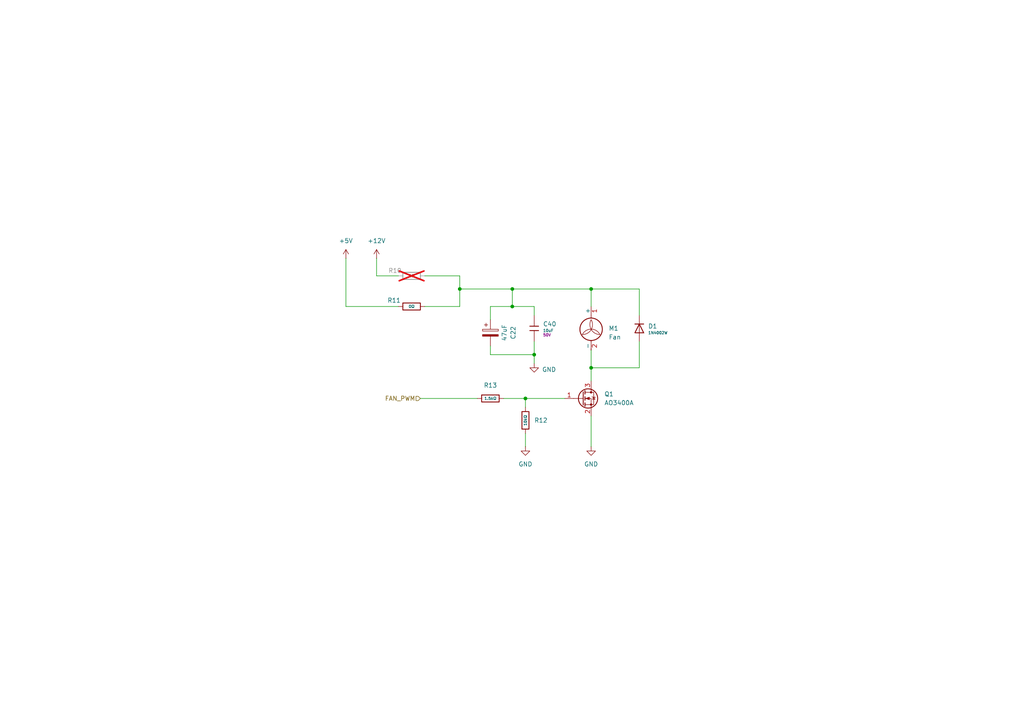
<source format=kicad_sch>
(kicad_sch (version 20231120) (generator "eeschema") (generator_version "8.0")
  (paper "A4")
  (title_block (date "2025-02-10") (rev "A") (company "ModuCard System"))
  (lib_symbols
    (symbol "Device:C_Polarized" (pin_numbers hide) (pin_names (offset 0.254))
      (property "Reference" "C" (at 0.635 2.54 0))
      (property "Value" "C_Polarized" (at 0.635 -2.54 0))
      (symbol "C_Polarized_0_1"
        (rectangle (start -2.286 0.508) (end 2.286 1.016))
        (polyline (pts (xy -1.778 2.286) (xy -0.762 2.286)))
        (polyline (pts (xy -1.27 2.794) (xy -1.27 1.778)))
        (rectangle (start 2.286 -0.508) (end -2.286 -1.016) (fill (type outline)))
      )
      (symbol "C_Polarized_1_1"
        (pin passive line (at 0 3.81 270) (length 2.794) (name "~") (number "1"))
        (pin passive line (at 0 -3.81 90) (length 2.794) (name "~") (number "2"))
      )
    )
    (symbol "Motor:Fan" (pin_names (offset 0))
      (property "Reference" "M" (at 2.54 5.08 0))
      (property "Value" "Fan" (at 2.54 -2.54 0))
      (symbol "Fan_0_1"
        (arc (start -2.54 -0.508) (mid 0.0028 0.9121) (end 0 3.81))
        (polyline (pts (xy 0 -5.08) (xy 0 -4.572)))
        (polyline (pts (xy 0 -2.2352) (xy 0 -2.6416)))
        (polyline (pts (xy 0 4.2672) (xy 0 4.6228)))
        (polyline (pts (xy 0 4.572) (xy 0 5.08)))
        (circle (center 0 1.016) (radius 3.2512) (stroke (width 0.254)))
        (arc (start 0 3.81) (mid 0.053 0.921) (end 2.54 -0.508))
        (arc (start 2.54 -0.508) (mid 0 1.0618) (end -2.54 -0.508))
      )
      (symbol "Fan_1_1"
        (pin passive line (at 0 7.62 270) (length 2.54) (name "+") (number "1"))
        (pin passive line (at 0 -5.08 90) (length 2.54) (name "-") (number "2"))
      )
    )
    (symbol "PCM_JLCPCB-Capacitors:1206,10uF" (pin_numbers hide) (pin_names (offset 0))
      (property "Reference" "C" (at 2.032 1.668 0))
      (property "Value" "10uF" (at 2.032 -0.3782 0))
      (property "Voltage Rated" "50V" (at 2.032 -2.0462 0))
      (symbol "1206,10uF_0_1"
        (polyline (pts (xy -1.27 -0.635) (xy 1.27 -0.635)) (stroke (width 0.254)))
        (polyline (pts (xy -1.27 0.635) (xy 1.27 0.635)) (stroke (width 0.254)))
      )
      (symbol "1206,10uF_1_1"
        (pin passive line (at 0 3.81 270) (length 3.175) (name "~") (number "1"))
        (pin passive line (at 0 -3.81 90) (length 3.175) (name "~") (number "2"))
      )
    )
    (symbol "PCM_JLCPCB-Diodes:General,1N4002W" (pin_numbers hide) (pin_names (offset 0))
      (property "Reference" "D" (at 2.032 0.834 0))
      (property "Value" "1N4002W" (at 2.032 -1.2122 0))
      (symbol "General,1N4002W_0_1"
        (polyline (pts (xy -1.27 -1.27) (xy 1.27 -1.27)) (stroke (width 0.254)))
        (polyline (pts (xy -1.27 1.27) (xy 0 -1.27) (xy 1.27 1.27) (xy -1.27 1.27)) (stroke (width 0.254)))
      )
      (symbol "General,1N4002W_1_1"
        (pin passive line (at 0 -3.81 90) (length 3.81) (name "~") (number "1"))
        (pin passive line (at 0 3.81 270) (length 3.81) (name "~") (number "2"))
      )
    )
    (symbol "PCM_JLCPCB-Resistors:0402,0Ω" (pin_numbers hide) (pin_names (offset 0))
      (property "Reference" "R" (at 1.778 0 0))
      (property "Value" "0Ω" (at 0 0 90))
      (symbol "0402,0Ω_0_1"
        (rectangle (start -1.016 2.54) (end 1.016 -2.54) (stroke (width 0.254)))
      )
      (symbol "0402,0Ω_1_1"
        (pin passive line (at 0 3.81 270) (length 1.27) (name "~") (number "1"))
        (pin passive line (at 0 -3.81 90) (length 1.27) (name "~") (number "2"))
      )
    )
    (symbol "PCM_JLCPCB-Resistors:0402,1.5kΩ" (pin_numbers hide) (pin_names (offset 0))
      (property "Reference" "R" (at 1.778 0 0))
      (property "Value" "1.5kΩ" (at 0 0 90))
      (symbol "0402,1.5kΩ_0_1"
        (rectangle (start -1.016 2.54) (end 1.016 -2.54) (stroke (width 0.254)))
      )
      (symbol "0402,1.5kΩ_1_1"
        (pin passive line (at 0 3.81 270) (length 1.27) (name "~") (number "1"))
        (pin passive line (at 0 -3.81 90) (length 1.27) (name "~") (number "2"))
      )
    )
    (symbol "PCM_JLCPCB-Resistors:0402,10kΩ" (pin_numbers hide) (pin_names (offset 0))
      (property "Reference" "R" (at 1.778 0 0))
      (property "Value" "10kΩ" (at 0 0 90))
      (symbol "0402,10kΩ_0_1"
        (rectangle (start -1.016 2.54) (end 1.016 -2.54) (stroke (width 0.254)))
      )
      (symbol "0402,10kΩ_1_1"
        (pin passive line (at 0 3.81 270) (length 1.27) (name "~") (number "1"))
        (pin passive line (at 0 -3.81 90) (length 1.27) (name "~") (number "2"))
      )
    )
    (symbol "Transistor_FET:AO3400A" (pin_names hide)
      (property "Reference" "Q" (at 5.08 1.905 0))
      (property "Value" "AO3400A" (at 5.08 0 0))
      (symbol "AO3400A_0_1"
        (polyline (pts (xy 0.254 0) (xy -2.54 0)))
        (polyline (pts (xy 0.254 1.905) (xy 0.254 -1.905)) (stroke (width 0.254)))
        (polyline (pts (xy 0.762 -1.27) (xy 0.762 -2.286)) (stroke (width 0.254)))
        (polyline (pts (xy 0.762 0.508) (xy 0.762 -0.508)) (stroke (width 0.254)))
        (polyline (pts (xy 0.762 2.286) (xy 0.762 1.27)) (stroke (width 0.254)))
        (polyline (pts (xy 2.54 2.54) (xy 2.54 1.778)))
        (polyline (pts (xy 2.54 -2.54) (xy 2.54 0) (xy 0.762 0)))
        (polyline (pts (xy 0.762 -1.778) (xy 3.302 -1.778) (xy 3.302 1.778) (xy 0.762 1.778)))
        (polyline (pts (xy 1.016 0) (xy 2.032 0.381) (xy 2.032 -0.381) (xy 1.016 0)) (fill (type outline)))
        (polyline (pts (xy 2.794 0.508) (xy 2.921 0.381) (xy 3.683 0.381) (xy 3.81 0.254)))
        (polyline (pts (xy 3.302 0.381) (xy 2.921 -0.254) (xy 3.683 -0.254) (xy 3.302 0.381)))
        (circle (center 1.651 0) (radius 2.794) (stroke (width 0.254)))
        (circle (center 2.54 -1.778) (radius 0.254) (fill (type outline)))
        (circle (center 2.54 1.778) (radius 0.254) (fill (type outline)))
      )
      (symbol "AO3400A_1_1"
        (pin input line (at -5.08 0 0) (length 2.54) (name "G") (number "1"))
        (pin passive line (at 2.54 -5.08 90) (length 2.54) (name "S") (number "2"))
        (pin passive line (at 2.54 5.08 270) (length 2.54) (name "D") (number "3"))
      )
    )
    (symbol "power:+12V" (power) (pin_numbers hide) (pin_names (offset 0) hide)
      (property "Value" "+12V" (at 0 3.556 0))
      (symbol "+12V_0_1"
        (polyline (pts (xy -0.762 1.27) (xy 0 2.54)))
        (polyline (pts (xy 0 0) (xy 0 2.54)))
        (polyline (pts (xy 0 2.54) (xy 0.762 1.27)))
      )
      (symbol "+12V_1_1"
        (pin power_in line (at 0 0 90) (length 0) (name "~") (number "1"))
      )
    )
    (symbol "power:+5V" (power) (pin_numbers hide) (pin_names (offset 0) hide)
      (property "Value" "+5V" (at 0 3.556 0))
      (symbol "+5V_0_1"
        (polyline (pts (xy -0.762 1.27) (xy 0 2.54)))
        (polyline (pts (xy 0 0) (xy 0 2.54)))
        (polyline (pts (xy 0 2.54) (xy 0.762 1.27)))
      )
      (symbol "+5V_1_1"
        (pin power_in line (at 0 0 90) (length 0) (name "~") (number "1"))
      )
    )
    (symbol "power:GND" (power) (pin_numbers hide) (pin_names (offset 0) hide)
      (property "Value" "GND" (at 0 -3.81 0))
      (symbol "GND_0_1"
        (polyline (pts (xy 0 0) (xy 0 -1.27) (xy 1.27 -1.27) (xy 0 -2.54) (xy -1.27 -1.27) (xy 0 -1.27)))
      )
      (symbol "GND_1_1"
        (pin power_in line (at 0 0 270) (length 0) (name "~") (number "1"))
      )
    )
  )
  (junction (at 152.4 115.57))
  (junction (at 148.59 83.82))
  (junction (at 171.45 83.82))
  (junction (at 154.94 102.87))
  (junction (at 133.35 83.82))
  (junction (at 171.45 106.68))
  (junction (at 148.59 88.9))
  (wire (pts (xy 152.4 115.57) (xy 163.83 115.57)))
  (wire (pts (xy 148.59 88.9) (xy 142.24 88.9)))
  (wire (pts (xy 133.35 83.82) (xy 148.59 83.82)))
  (wire (pts (xy 100.33 74.93) (xy 100.33 88.9)))
  (wire (pts (xy 148.59 83.82) (xy 148.59 88.9)))
  (wire (pts (xy 171.45 83.82) (xy 171.45 88.9)))
  (wire (pts (xy 146.05 115.57) (xy 152.4 115.57)))
  (wire (pts (xy 154.94 102.87) (xy 154.94 105.41)))
  (wire (pts (xy 133.35 83.82) (xy 133.35 88.9)))
  (wire (pts (xy 154.94 99.06) (xy 154.94 102.87)))
  (wire (pts (xy 142.24 102.87) (xy 154.94 102.87)))
  (wire (pts (xy 109.22 80.01) (xy 115.57 80.01)))
  (wire (pts (xy 154.94 88.9) (xy 148.59 88.9)))
  (wire (pts (xy 109.22 74.93) (xy 109.22 80.01)))
  (wire (pts (xy 185.42 83.82) (xy 171.45 83.82)))
  (wire (pts (xy 154.94 88.9) (xy 154.94 91.44)))
  (wire (pts (xy 171.45 101.6) (xy 171.45 106.68)))
  (wire (pts (xy 133.35 80.01) (xy 133.35 83.82)))
  (wire (pts (xy 152.4 115.57) (xy 152.4 118.11)))
  (wire (pts (xy 171.45 106.68) (xy 171.45 110.49)))
  (wire (pts (xy 152.4 125.73) (xy 152.4 129.54)))
  (wire (pts (xy 185.42 99.06) (xy 185.42 106.68)))
  (wire (pts (xy 142.24 102.87) (xy 142.24 100.33)))
  (wire (pts (xy 100.33 88.9) (xy 115.57 88.9)))
  (wire (pts (xy 148.59 83.82) (xy 171.45 83.82)))
  (wire (pts (xy 185.42 106.68) (xy 171.45 106.68)))
  (wire (pts (xy 142.24 88.9) (xy 142.24 92.71)))
  (wire (pts (xy 185.42 91.44) (xy 185.42 83.82)))
  (wire (pts (xy 123.19 88.9) (xy 133.35 88.9)))
  (wire (pts (xy 123.19 80.01) (xy 133.35 80.01)))
  (wire (pts (xy 121.92 115.57) (xy 138.43 115.57)))
  (wire (pts (xy 171.45 120.65) (xy 171.45 129.54)))
  (hierarchical_label "FAN_PWM" (shape input) (at 121.92 115.57 180))
  (symbol (lib_id "power:+5V") (at 100.33 74.93 0) (unit 1)
    (property "Reference" "#PWR039" (effects (hide yes)))
    (property "Value" "+5V" (at 100.33 69.85 0))
    (property "Description" "Power symbol creates a global label with name \"+5V\"" (effects (hide yes)))
  )
  (symbol (lib_id "PCM_JLCPCB-Resistors:0402,0Ω") (at 119.38 80.01 270) (unit 1) (dnp yes)
    (property "Reference" "R10" (at 114.554 78.486 90))
    (property "Value" "0Ω" (at 119.38 80.01 90) (effects (font (size 0.8 0.8))))
    (property "Footprint" "PCM_JLCPCB:R_0402" (effects (hide yes)))
    (property "Datasheet" "https://www.lcsc.com/datasheet/lcsc_datasheet_2206010216_UNI-ROYAL-Uniroyal-Elec-0402WGF0000TCE_C17168.pdf" (effects (hide yes)))
    (property "Description" "62.5mW Thick Film Resistors 50V ±800ppm/°C ±1% 0Ω 0402 Chip Resistor - Surface Mount ROHS" (effects (hide yes)))
    (property "LCSC" "C17168" (effects (hide yes)))
    (property "Stock" "5514860" (effects (hide yes)))
    (property "Price" "0.004USD" (effects (hide yes)))
    (property "Process" "SMT" (effects (hide yes)))
    (property "Minimum Qty" "20" (effects (hide yes)))
    (property "Attrition Qty" "10" (effects (hide yes)))
    (property "Class" "Basic Component" (effects (hide yes)))
    (property "Category" "Resistors,Chip Resistor - Surface Mount" (effects (hide yes)))
    (property "Manufacturer" "UNI-ROYAL(Uniroyal Elec)" (effects (hide yes)))
    (property "Part" "0402WGF0000TCE" (effects (hide yes)))
    (property "Resistance" "0Ω" (effects (hide yes)))
    (property "Power(Watts)" "62.5mW" (effects (hide yes)))
    (property "Type" "Thick Film Resistors" (effects (hide yes)))
    (property "Overload Voltage (Max)" "50V" (effects (hide yes)))
    (property "Operating Temperature Range" "-55°C~+155°C" (effects (hide yes)))
    (property "Tolerance" "±1%" (effects (hide yes)))
    (property "Temperature Coefficient" "±800ppm/°C" (effects (hide yes)))
  )
  (symbol (lib_id "power:+12V") (at 109.22 74.93 0) (unit 1)
    (property "Reference" "#PWR038" (effects (hide yes)))
    (property "Value" "+12V" (at 109.22 69.85 0))
    (property "Description" "Power symbol creates a global label with name \"+12V\"" (effects (hide yes)))
  )
  (symbol (lib_id "Transistor_FET:AO3400A") (at 168.91 115.57 0) (unit 1)
    (property "Reference" "Q1" (at 175.26 114.3 0) (effects (justify left)))
    (property "Value" "AO3400A" (at 175.26 116.84 0) (effects (justify left)))
    (property "Footprint" "Package_TO_SOT_SMD:SOT-23" (effects (hide yes)))
    (property "Datasheet" "http://www.aosmd.com/pdfs/datasheet/AO3400A.pdf" (effects (hide yes)))
    (property "Description" "30V Vds, 5.7A Id, N-Channel MOSFET, SOT-23" (effects (hide yes)))
  )
  (symbol (lib_id "power:GND") (at 152.4 129.54 0) (unit 1)
    (property "Reference" "#PWR041" (effects (hide yes)))
    (property "Value" "GND" (at 152.4 134.62 0))
    (property "Description" "Power symbol creates a global label with name \"GND\" , ground" (effects (hide yes)))
  )
  (symbol (lib_id "PCM_JLCPCB-Resistors:0402,1.5kΩ") (at 142.24 115.57 90) (unit 1)
    (property "Reference" "R13" (at 142.24 111.76 90))
    (property "Value" "1.5kΩ" (at 142.24 115.57 90) (effects (font (size 0.8 0.8))))
    (property "Footprint" "PCM_JLCPCB:R_0402" (effects (hide yes)))
    (property "Datasheet" "https://www.lcsc.com/datasheet/lcsc_datasheet_2206010045_UNI-ROYAL-Uniroyal-Elec-0402WGF1501TCE_C25867.pdf" (effects (hide yes)))
    (property "Description" "62.5mW Thick Film Resistors 50V ±100ppm/°C ±1% 1.5kΩ 0402 Chip Resistor - Surface Mount ROHS" (effects (hide yes)))
    (property "LCSC" "C25867" (effects (hide yes)))
    (property "Stock" "778464" (effects (hide yes)))
    (property "Price" "0.004USD" (effects (hide yes)))
    (property "Process" "SMT" (effects (hide yes)))
    (property "Minimum Qty" "20" (effects (hide yes)))
    (property "Attrition Qty" "10" (effects (hide yes)))
    (property "Class" "Basic Component" (effects (hide yes)))
    (property "Category" "Resistors,Chip Resistor - Surface Mount" (effects (hide yes)))
    (property "Manufacturer" "UNI-ROYAL(Uniroyal Elec)" (effects (hide yes)))
    (property "Part" "0402WGF1501TCE" (effects (hide yes)))
    (property "Resistance" "1.5kΩ" (effects (hide yes)))
    (property "Power(Watts)" "62.5mW" (effects (hide yes)))
    (property "Type" "Thick Film Resistors" (effects (hide yes)))
    (property "Overload Voltage (Max)" "50V" (effects (hide yes)))
    (property "Operating Temperature Range" "-55°C~+155°C" (effects (hide yes)))
    (property "Tolerance" "±1%" (effects (hide yes)))
    (property "Temperature Coefficient" "±100ppm/°C" (effects (hide yes)))
  )
  (symbol (lib_id "PCM_JLCPCB-Capacitors:1206,10uF") (at 154.94 95.25 0) (unit 1)
    (property "Reference" "C40" (at 157.48 93.98 0) (effects (justify left)))
    (property "Value" "10uF" (at 157.48 95.885 0) (effects (font (size 0.8 0.8)) (justify left)))
    (property "Footprint" "PCM_JLCPCB:C_1206" (effects (hide yes)))
    (property "Datasheet" "https://www.lcsc.com/datasheet/lcsc_datasheet_2304140030_Samsung-Electro-Mechanics-CL31A106KBHNNNE_C13585.pdf" (effects (hide yes)))
    (property "Description" "50V 10uF X5R ±10% 1206 Multilayer Ceramic Capacitors MLCC - SMD/SMT ROHS" (effects (hide yes)))
    (property "LCSC" "C13585" (effects (hide yes)))
    (property "Stock" "4852625" (effects (hide yes)))
    (property "Price" "0.031USD" (effects (hide yes)))
    (property "Process" "SMT" (effects (hide yes)))
    (property "Minimum Qty" "5" (effects (hide yes)))
    (property "Attrition Qty" "4" (effects (hide yes)))
    (property "Class" "Basic Component" (effects (hide yes)))
    (property "Category" "Capacitors,Multilayer Ceramic Capacitors MLCC - SMD/SMT" (effects (hide yes)))
    (property "Manufacturer" "Samsung Electro-Mechanics" (effects (hide yes)))
    (property "Part" "CL31A106KBHNNNE" (effects (hide yes)))
    (property "Voltage Rated" "50V" (at 157.48 97.155 0) (effects (font (size 0.8 0.8)) (justify left)))
    (property "Tolerance" "±10%" (effects (hide yes)))
    (property "Capacitance" "10uF" (effects (hide yes)))
    (property "Temperature Coefficient" "X5R" (effects (hide yes)))
  )
  (symbol (lib_id "PCM_JLCPCB-Resistors:0402,10kΩ") (at 152.4 121.92 180) (unit 1)
    (property "Reference" "R12" (at 154.94 121.92 0) (effects (justify right)))
    (property "Value" "10kΩ" (at 152.4 121.92 90) (effects (font (size 0.8 0.8))))
    (property "Footprint" "PCM_JLCPCB:R_0402" (effects (hide yes)))
    (property "Datasheet" "https://www.lcsc.com/datasheet/lcsc_datasheet_2411221126_UNI-ROYAL-Uniroyal-Elec-0402WGF1002TCE_C25744.pdf" (effects (hide yes)))
    (property "Description" "62.5mW Thick Film Resistors 50V ±100ppm/°C ±1% 10kΩ 0402 Chip Resistor - Surface Mount ROHS" (effects (hide yes)))
    (property "LCSC" "C25744" (effects (hide yes)))
    (property "Stock" "6666349" (effects (hide yes)))
    (property "Price" "0.004USD" (effects (hide yes)))
    (property "Process" "SMT" (effects (hide yes)))
    (property "Minimum Qty" "5" (effects (hide yes)))
    (property "Attrition Qty" "0" (effects (hide yes)))
    (property "Class" "Basic Component" (effects (hide yes)))
    (property "Category" "Resistors,Chip Resistor - Surface Mount" (effects (hide yes)))
    (property "Manufacturer" "UNI-ROYAL(Uniroyal Elec)" (effects (hide yes)))
    (property "Part" "0402WGF1002TCE" (effects (hide yes)))
    (property "Resistance" "10kΩ" (effects (hide yes)))
    (property "Power(Watts)" "62.5mW" (effects (hide yes)))
    (property "Type" "Thick Film Resistors" (effects (hide yes)))
    (property "Overload Voltage (Max)" "50V" (effects (hide yes)))
    (property "Operating Temperature Range" "-55°C~+155°C" (effects (hide yes)))
    (property "Tolerance" "±1%" (effects (hide yes)))
    (property "Temperature Coefficient" "±100ppm/°C" (effects (hide yes)))
  )
  (symbol (lib_id "Device:C_Polarized") (at 142.24 96.52 0) (unit 1)
    (property "Reference" "C22" (at 148.844 96.52 90))
    (property "Value" "47uF" (at 146.304 96.52 90))
    (property "Footprint" "Capacitor_SMD:CP_Elec_6.3x5.4" (effects (hide yes)))
    (property "Description" "Polarized capacitor" (effects (hide yes)))
    (property "LCSC" " C90276" (effects (hide yes)))
    (property "MPN" "VT1V470M0605" (effects (hide yes)))
  )
  (symbol (lib_id "Motor:Fan") (at 171.45 96.52 0) (unit 1)
    (property "Reference" "M1" (at 176.53 95.25 0) (effects (justify left)))
    (property "Value" "Fan" (at 176.53 97.79 0) (effects (justify left)))
    (property "Footprint" "Connector_JST:JST_XH_B2B-XH-AM_1x02_P2.50mm_Vertical" (effects (hide yes)))
    (property "Description" "Fan" (effects (hide yes)))
  )
  (symbol (lib_id "PCM_JLCPCB-Diodes:General,1N4002W") (at 185.42 95.25 180) (unit 1)
    (property "Reference" "D1" (at 187.96 94.615 0) (effects (justify right)))
    (property "Value" "1N4002W" (at 187.96 96.52 0) (effects (font (size 0.8 0.8)) (justify right)))
    (property "Footprint" "PCM_JLCPCB:D_SOD-123FL" (effects (hide yes)))
    (property "Datasheet" "https://wmsc.lcsc.com/wmsc/upload/file/pdf/v2/lcsc/2309251425_hongjiacheng-1N4002W_C18199086.pdf" (effects (hide yes)))
    (property "Description" "Independent Type 1A 100V 1V@1.0A SOD-123FL Diodes - General Purpose ROHS" (effects (hide yes)))
    (property "LCSC" "C18199086" (effects (hide yes)))
    (property "Stock" "26897" (effects (hide yes)))
    (property "Price" "0.011USD" (effects (hide yes)))
    (property "Process" "SMT" (effects (hide yes)))
    (property "Minimum Qty" "15" (effects (hide yes)))
    (property "Attrition Qty" "4" (effects (hide yes)))
    (property "Class" "Preferred Component" (effects (hide yes)))
    (property "Category" "Diodes,Diodes - General Purpose" (effects (hide yes)))
    (property "Manufacturer" "hongjiacheng" (effects (hide yes)))
    (property "Part" "1N4002W" (effects (hide yes)))
    (property "Rectified Current" "1A" (effects (hide yes)))
    (property "Forward Voltage (Vf@If)" "1V@1.0A" (effects (hide yes)))
    (property "Reverse Voltage (Vr)" "100V" (effects (hide yes)))
    (property "Diode Configuration" "Independent Type" (effects (hide yes)))
    (property "Reverse Leakage Current" "2uA@100V" (effects (hide yes)))
  )
  (symbol (lib_id "power:GND") (at 171.45 129.54 0) (unit 1)
    (property "Reference" "#PWR043" (effects (hide yes)))
    (property "Value" "GND" (at 171.45 134.62 0))
    (property "Description" "Power symbol creates a global label with name \"GND\" , ground" (effects (hide yes)))
  )
  (symbol (lib_id "power:GND") (at 154.94 105.41 0) (unit 1)
    (property "Reference" "#PWR042" (effects (hide yes)))
    (property "Value" "GND" (at 159.258 107.188 0))
    (property "Description" "Power symbol creates a global label with name \"GND\" , ground" (effects (hide yes)))
  )
  (symbol (lib_id "PCM_JLCPCB-Resistors:0402,0Ω") (at 119.38 88.9 270) (unit 1)
    (property "Reference" "R11" (at 114.3 87.122 90))
    (property "Value" "0Ω" (at 119.38 88.9 90) (effects (font (size 0.8 0.8))))
    (property "Footprint" "PCM_JLCPCB:R_0402" (effects (hide yes)))
    (property "Datasheet" "https://www.lcsc.com/datasheet/lcsc_datasheet_2206010216_UNI-ROYAL-Uniroyal-Elec-0402WGF0000TCE_C17168.pdf" (effects (hide yes)))
    (property "Description" "62.5mW Thick Film Resistors 50V ±800ppm/°C ±1% 0Ω 0402 Chip Resistor - Surface Mount ROHS" (effects (hide yes)))
    (property "LCSC" "C17168" (effects (hide yes)))
    (property "Stock" "5514860" (effects (hide yes)))
    (property "Price" "0.004USD" (effects (hide yes)))
    (property "Process" "SMT" (effects (hide yes)))
    (property "Minimum Qty" "20" (effects (hide yes)))
    (property "Attrition Qty" "10" (effects (hide yes)))
    (property "Class" "Basic Component" (effects (hide yes)))
    (property "Category" "Resistors,Chip Resistor - Surface Mount" (effects (hide yes)))
    (property "Manufacturer" "UNI-ROYAL(Uniroyal Elec)" (effects (hide yes)))
    (property "Part" "0402WGF0000TCE" (effects (hide yes)))
    (property "Resistance" "0Ω" (effects (hide yes)))
    (property "Power(Watts)" "62.5mW" (effects (hide yes)))
    (property "Type" "Thick Film Resistors" (effects (hide yes)))
    (property "Overload Voltage (Max)" "50V" (effects (hide yes)))
    (property "Operating Temperature Range" "-55°C~+155°C" (effects (hide yes)))
    (property "Tolerance" "±1%" (effects (hide yes)))
    (property "Temperature Coefficient" "±800ppm/°C" (effects (hide yes)))
  )
)
</source>
